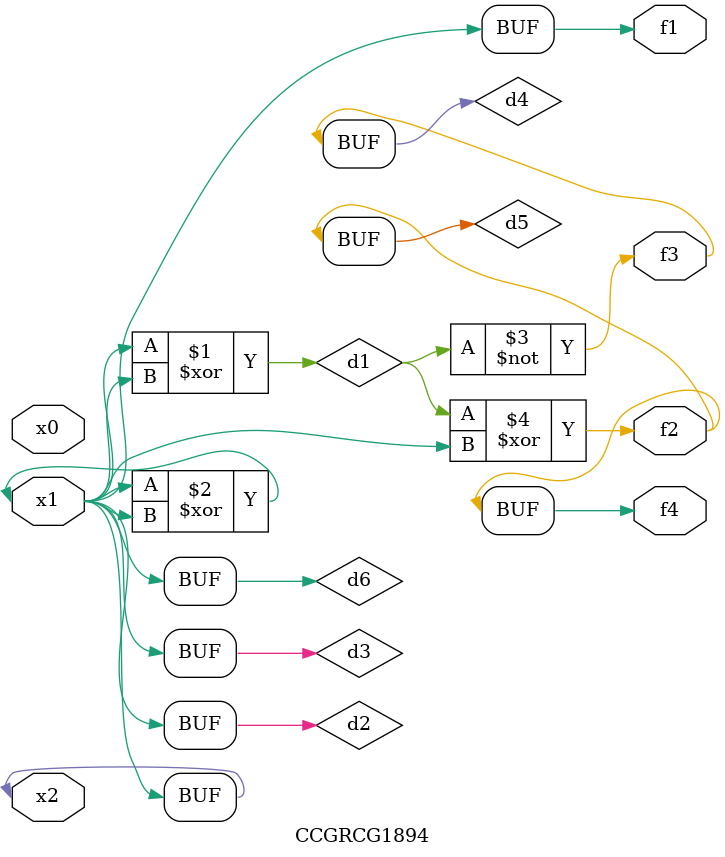
<source format=v>
module CCGRCG1894(
	input x0, x1, x2,
	output f1, f2, f3, f4
);

	wire d1, d2, d3, d4, d5, d6;

	xor (d1, x1, x2);
	buf (d2, x1, x2);
	xor (d3, x1, x2);
	nor (d4, d1);
	xor (d5, d1, d2);
	buf (d6, d2, d3);
	assign f1 = d6;
	assign f2 = d5;
	assign f3 = d4;
	assign f4 = d5;
endmodule

</source>
